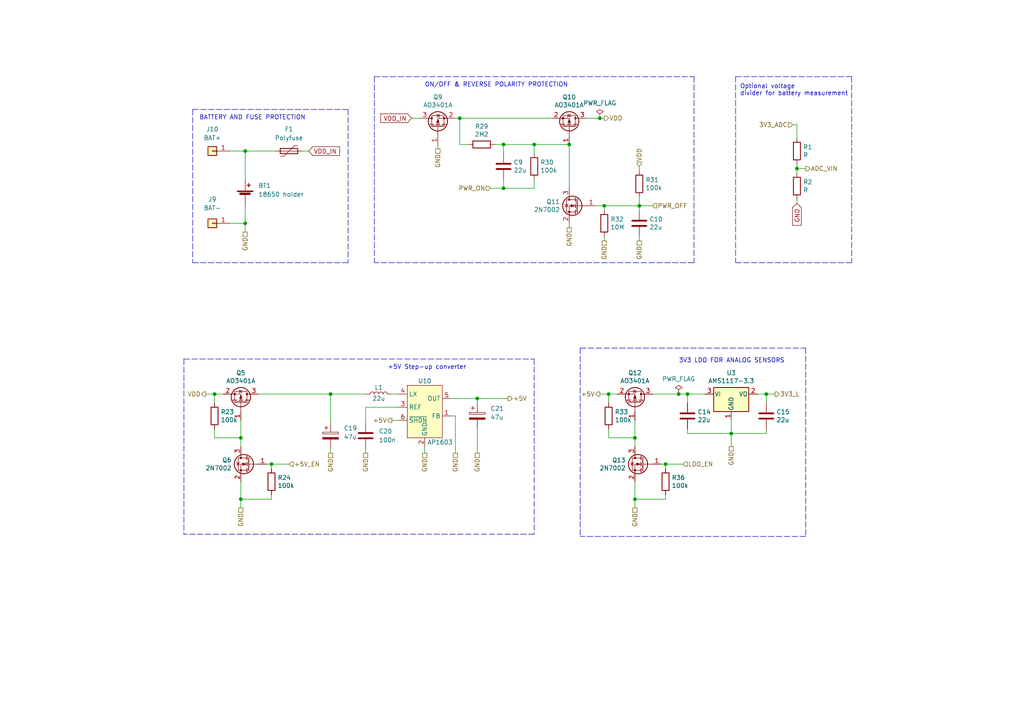
<source format=kicad_sch>
(kicad_sch (version 20211123) (generator eeschema)
  (paper "A4")
  (title_block (title "iotAirMonitoring") (date "2022-05-09") (rev "v1.1") (company "Martin Kousal"))
  (lib_symbols
    (symbol "Connector_Generic:Conn_01x01" (pin_names (offset 1.016) hide)
      (property "Reference" "J" (at 0 2.54 0))
      (property "Value" "Conn_01x01" (at 0 -2.54 0))
      (symbol "Conn_01x01_1_1"
        (rectangle (start -1.27 0.127) (end 0 -0.127) (stroke (width 0.1524)))
        (rectangle (start -1.27 1.27) (end 1.27 -1.27) (stroke (width 0.254)) (fill (type background)))
        (pin passive line (at -5.08 0 0) (length 3.81) (name "Pin_1") (number "1"))
      )
    )
    (symbol "Device:Battery_Cell" (pin_numbers hide) (pin_names (offset 0) hide)
      (property "Reference" "BT" (at 2.54 2.54 0))
      (property "Value" "Battery_Cell" (at 2.54 0 0))
      (symbol "Battery_Cell_0_1"
        (rectangle (start -2.286 1.778) (end 2.286 1.524) (fill (type outline)))
        (rectangle (start -1.5748 1.1938) (end 1.4732 0.6858) (fill (type outline)))
        (polyline (pts (xy 0 0.762) (xy 0 0)))
        (polyline (pts (xy 0 1.778) (xy 0 2.54)))
        (polyline (pts (xy 0.508 3.429) (xy 1.524 3.429)) (stroke (width 0.254)))
        (polyline (pts (xy 1.016 3.937) (xy 1.016 2.921)) (stroke (width 0.254)))
      )
      (symbol "Battery_Cell_1_1"
        (pin passive line (at 0 5.08 270) (length 2.54) (name "+") (number "1"))
        (pin passive line (at 0 -2.54 90) (length 2.54) (name "-") (number "2"))
      )
    )
    (symbol "Device:C" (pin_numbers hide) (pin_names (offset 0.254))
      (property "Reference" "C" (at 0.635 2.54 0))
      (property "Value" "C" (at 0.635 -2.54 0))
      (symbol "C_0_1"
        (polyline (pts (xy -2.032 -0.762) (xy 2.032 -0.762)) (stroke (width 0.508)))
        (polyline (pts (xy -2.032 0.762) (xy 2.032 0.762)) (stroke (width 0.508)))
      )
      (symbol "C_1_1"
        (pin passive line (at 0 3.81 270) (length 2.794) (name "~") (number "1"))
        (pin passive line (at 0 -3.81 90) (length 2.794) (name "~") (number "2"))
      )
    )
    (symbol "Device:C_Polarized" (pin_numbers hide) (pin_names (offset 0.254))
      (property "Reference" "C" (at 0.635 2.54 0))
      (property "Value" "C_Polarized" (at 0.635 -2.54 0))
      (symbol "C_Polarized_0_1"
        (rectangle (start -2.286 0.508) (end 2.286 1.016))
        (polyline (pts (xy -1.778 2.286) (xy -0.762 2.286)))
        (polyline (pts (xy -1.27 2.794) (xy -1.27 1.778)))
        (rectangle (start 2.286 -0.508) (end -2.286 -1.016) (fill (type outline)))
      )
      (symbol "C_Polarized_1_1"
        (pin passive line (at 0 3.81 270) (length 2.794) (name "~") (number "1"))
        (pin passive line (at 0 -3.81 90) (length 2.794) (name "~") (number "2"))
      )
    )
    (symbol "Device:L" (pin_numbers hide) (pin_names (offset 1.016) hide)
      (property "Reference" "L" (at -1.27 0 90))
      (property "Value" "L" (at 1.905 0 90))
      (symbol "L_0_1"
        (arc (start 0 -2.54) (mid 0.635 -1.905) (end 0 -1.27))
        (arc (start 0 -1.27) (mid 0.635 -0.635) (end 0 0))
        (arc (start 0 0) (mid 0.635 0.635) (end 0 1.27))
        (arc (start 0 1.27) (mid 0.635 1.905) (end 0 2.54))
      )
      (symbol "L_1_1"
        (pin passive line (at 0 3.81 270) (length 1.27) (name "1") (number "1"))
        (pin passive line (at 0 -3.81 90) (length 1.27) (name "2") (number "2"))
      )
    )
    (symbol "Device:Polyfuse" (pin_numbers hide) (pin_names (offset 0))
      (property "Reference" "F" (at -2.54 0 90))
      (property "Value" "Polyfuse" (at 2.54 0 90))
      (symbol "Polyfuse_0_1"
        (rectangle (start -0.762 2.54) (end 0.762 -2.54) (stroke (width 0.254)))
        (polyline (pts (xy 0 2.54) (xy 0 -2.54)))
        (polyline (pts (xy -1.524 2.54) (xy -1.524 1.524) (xy 1.524 -1.524) (xy 1.524 -2.54)))
      )
      (symbol "Polyfuse_1_1"
        (pin passive line (at 0 3.81 270) (length 1.27) (name "~") (number "1"))
        (pin passive line (at 0 -3.81 90) (length 1.27) (name "~") (number "2"))
      )
    )
    (symbol "Device:Q_PMOS_GSD" (pin_names (offset 0) hide)
      (property "Reference" "Q" (at 5.08 1.27 0))
      (property "Value" "Q_PMOS_GSD" (at 5.08 -1.27 0))
      (symbol "Q_PMOS_GSD_0_1"
        (polyline (pts (xy 0.254 0) (xy -2.54 0)))
        (polyline (pts (xy 0.254 1.905) (xy 0.254 -1.905)) (stroke (width 0.254)))
        (polyline (pts (xy 0.762 -1.27) (xy 0.762 -2.286)) (stroke (width 0.254)))
        (polyline (pts (xy 0.762 0.508) (xy 0.762 -0.508)) (stroke (width 0.254)))
        (polyline (pts (xy 0.762 2.286) (xy 0.762 1.27)) (stroke (width 0.254)))
        (polyline (pts (xy 2.54 2.54) (xy 2.54 1.778)))
        (polyline (pts (xy 2.54 -2.54) (xy 2.54 0) (xy 0.762 0)))
        (polyline (pts (xy 0.762 1.778) (xy 3.302 1.778) (xy 3.302 -1.778) (xy 0.762 -1.778)))
        (polyline (pts (xy 2.286 0) (xy 1.27 0.381) (xy 1.27 -0.381) (xy 2.286 0)) (fill (type outline)))
        (polyline (pts (xy 2.794 -0.508) (xy 2.921 -0.381) (xy 3.683 -0.381) (xy 3.81 -0.254)))
        (polyline (pts (xy 3.302 -0.381) (xy 2.921 0.254) (xy 3.683 0.254) (xy 3.302 -0.381)))
        (circle (center 1.651 0) (radius 2.794) (stroke (width 0.254)))
        (circle (center 2.54 -1.778) (radius 0.254) (fill (type outline)))
        (circle (center 2.54 1.778) (radius 0.254) (fill (type outline)))
      )
      (symbol "Q_PMOS_GSD_1_1"
        (pin input line (at -5.08 0 0) (length 2.54) (name "G") (number "1"))
        (pin passive line (at 2.54 -5.08 90) (length 2.54) (name "S") (number "2"))
        (pin passive line (at 2.54 5.08 270) (length 2.54) (name "D") (number "3"))
      )
    )
    (symbol "Device:R" (pin_numbers hide) (pin_names (offset 0))
      (property "Reference" "R" (at 2.032 0 90))
      (property "Value" "R" (at 0 0 90))
      (symbol "R_0_1"
        (rectangle (start -1.016 -2.54) (end 1.016 2.54) (stroke (width 0.254)))
      )
      (symbol "R_1_1"
        (pin passive line (at 0 3.81 270) (length 1.27) (name "~") (number "1"))
        (pin passive line (at 0 -3.81 90) (length 1.27) (name "~") (number "2"))
      )
    )
    (symbol "Regulator_Linear:AMS1117-3.3" (pin_names (offset 0.254))
      (property "Reference" "U" (at -3.81 3.175 0))
      (property "Value" "AMS1117-3.3" (at 0 3.175 0))
      (symbol "AMS1117-3.3_0_1"
        (rectangle (start -5.08 -5.08) (end 5.08 1.905) (stroke (width 0.254)) (fill (type background)))
      )
      (symbol "AMS1117-3.3_1_1"
        (pin power_in line (at 0 -7.62 90) (length 2.54) (name "GND") (number "1"))
        (pin power_out line (at 7.62 0 180) (length 2.54) (name "VO") (number "2"))
        (pin power_in line (at -7.62 0 0) (length 2.54) (name "VI") (number "3"))
      )
    )
    (symbol "Transistor_FET:2N7002" (pin_names hide)
      (property "Reference" "Q" (at 5.08 1.905 0))
      (property "Value" "2N7002" (at 5.08 0 0))
      (symbol "2N7002_0_1"
        (polyline (pts (xy 0.254 0) (xy -2.54 0)))
        (polyline (pts (xy 0.254 1.905) (xy 0.254 -1.905)) (stroke (width 0.254)))
        (polyline (pts (xy 0.762 -1.27) (xy 0.762 -2.286)) (stroke (width 0.254)))
        (polyline (pts (xy 0.762 0.508) (xy 0.762 -0.508)) (stroke (width 0.254)))
        (polyline (pts (xy 0.762 2.286) (xy 0.762 1.27)) (stroke (width 0.254)))
        (polyline (pts (xy 2.54 2.54) (xy 2.54 1.778)))
        (polyline (pts (xy 2.54 -2.54) (xy 2.54 0) (xy 0.762 0)))
        (polyline (pts (xy 0.762 -1.778) (xy 3.302 -1.778) (xy 3.302 1.778) (xy 0.762 1.778)))
        (polyline (pts (xy 1.016 0) (xy 2.032 0.381) (xy 2.032 -0.381) (xy 1.016 0)) (fill (type outline)))
        (polyline (pts (xy 2.794 0.508) (xy 2.921 0.381) (xy 3.683 0.381) (xy 3.81 0.254)))
        (polyline (pts (xy 3.302 0.381) (xy 2.921 -0.254) (xy 3.683 -0.254) (xy 3.302 0.381)))
        (circle (center 1.651 0) (radius 2.794) (stroke (width 0.254)))
        (circle (center 2.54 -1.778) (radius 0.254) (fill (type outline)))
        (circle (center 2.54 1.778) (radius 0.254) (fill (type outline)))
      )
      (symbol "2N7002_1_1"
        (pin input line (at -5.08 0 0) (length 2.54) (name "G") (number "1"))
        (pin passive line (at 2.54 -5.08 90) (length 2.54) (name "S") (number "2"))
        (pin passive line (at 2.54 5.08 270) (length 2.54) (name "D") (number "3"))
      )
    )
    (symbol "mainBoard:AP1603"
      (property "Reference" "U" (at 0 8.89 0))
      (property "Value" "AP1603" (at 5.08 -8.89 0))
      (symbol "AP1603_0_1"
        (rectangle (start -5.08 7.62) (end 5.08 -7.62) (fill (type background)))
      )
      (symbol "AP1603_1_1"
        (pin input line (at 7.62 -1.27 180) (length 2.54) (name "FB") (number "1"))
        (pin input line (at 0 -10.16 90) (length 2.54) (name "GND") (number "2"))
        (pin input line (at -7.62 1.27 0) (length 2.54) (name "REF") (number "3"))
        (pin input line (at -7.62 5.08 0) (length 2.54) (name "LX") (number "4"))
        (pin input line (at 7.62 3.81 180) (length 2.54) (name "OUT") (number "5"))
        (pin input line (at -7.62 -2.54 0) (length 2.54) (name "~{SHDN}") (number "6"))
      )
    )
    (symbol "power:PWR_FLAG" (power) (pin_numbers hide) (pin_names (offset 0) hide)
      (property "Value" "PWR_FLAG" (at 0 3.81 0))
      (symbol "PWR_FLAG_0_0"
        (pin power_out line (at 0 0 90) (length 0) (name "pwr") (number "1"))
      )
      (symbol "PWR_FLAG_0_1"
        (polyline (pts (xy 0 0) (xy 0 1.27) (xy -1.016 1.905) (xy 0 2.54) (xy 1.016 1.905) (xy 0 1.27)))
      )
    )
  )
  (junction (at 212.09 125.73))
  (junction (at 165.1 41.91))
  (junction (at 71.12 43.815))
  (junction (at 173.99 34.29))
  (junction (at 222.25 114.3))
  (junction (at 231.14 48.895))
  (junction (at 138.43 115.57))
  (junction (at 199.39 114.3))
  (junction (at 175.26 59.69))
  (junction (at 176.53 114.3))
  (junction (at 146.05 54.61))
  (junction (at 184.15 144.78))
  (junction (at 95.885 114.3))
  (junction (at 78.74 134.62))
  (junction (at 185.42 59.69))
  (junction (at 146.05 41.91))
  (junction (at 62.23 114.3))
  (junction (at 69.85 127))
  (junction (at 184.15 127))
  (junction (at 71.12 64.77))
  (junction (at 69.85 144.78))
  (junction (at 196.85 114.3))
  (junction (at 133.35 34.29))
  (junction (at 154.94 41.91))
  (junction (at 193.04 134.62))
  (wire (pts (xy 193.04 134.62) (xy 193.04 135.89)))
  (wire (pts (xy 87.63 43.815) (xy 89.535 43.815)))
  (polyline (pts (xy 154.94 154.94) (xy 53.34 154.94)))
  (wire (pts (xy 173.99 114.3) (xy 176.53 114.3)))
  (polyline (pts (xy 201.295 76.2) (xy 108.585 76.2)))
  (wire (pts (xy 135.89 41.91) (xy 133.35 41.91)))
  (wire (pts (xy 154.94 52.07) (xy 154.94 54.61)))
  (wire (pts (xy 222.25 114.3) (xy 224.79 114.3)))
  (polyline (pts (xy 55.88 31.75) (xy 100.965 31.75)))
  (wire (pts (xy 199.39 116.84) (xy 199.39 114.3)))
  (wire (pts (xy 173.99 34.29) (xy 175.26 34.29)))
  (polyline (pts (xy 55.88 31.75) (xy 55.88 76.2)))
  (wire (pts (xy 199.39 114.3) (xy 204.47 114.3)))
  (wire (pts (xy 133.35 34.29) (xy 160.02 34.29)))
  (wire (pts (xy 185.42 59.69) (xy 185.42 60.96)))
  (polyline (pts (xy 247.015 76.2) (xy 213.36 76.2)))
  (wire (pts (xy 231.14 36.195) (xy 231.14 40.005)))
  (wire (pts (xy 132.08 120.65) (xy 132.08 131.445)))
  (wire (pts (xy 222.25 114.3) (xy 222.25 116.84)))
  (wire (pts (xy 138.43 124.46) (xy 138.43 131.445)))
  (wire (pts (xy 69.85 144.78) (xy 69.85 147.32)))
  (polyline (pts (xy 53.34 104.14) (xy 154.94 104.14)))
  (wire (pts (xy 130.81 120.65) (xy 132.08 120.65)))
  (wire (pts (xy 184.15 144.78) (xy 184.15 147.32)))
  (wire (pts (xy 231.14 48.895) (xy 233.68 48.895)))
  (wire (pts (xy 231.14 57.785) (xy 231.14 59.055)))
  (wire (pts (xy 66.675 64.77) (xy 71.12 64.77)))
  (wire (pts (xy 154.94 41.91) (xy 165.1 41.91)))
  (wire (pts (xy 74.93 114.3) (xy 95.885 114.3)))
  (polyline (pts (xy 168.275 100.965) (xy 168.275 155.575)))
  (wire (pts (xy 212.09 125.73) (xy 222.25 125.73)))
  (wire (pts (xy 146.05 41.91) (xy 154.94 41.91)))
  (wire (pts (xy 59.69 114.3) (xy 62.23 114.3)))
  (wire (pts (xy 229.87 36.195) (xy 231.14 36.195)))
  (polyline (pts (xy 213.36 22.225) (xy 213.36 76.2)))
  (polyline (pts (xy 154.94 104.14) (xy 154.94 154.94)))
  (wire (pts (xy 95.885 130.175) (xy 95.885 131.445)))
  (wire (pts (xy 113.665 121.92) (xy 115.57 121.92)))
  (wire (pts (xy 184.15 127) (xy 184.15 129.54)))
  (wire (pts (xy 172.72 59.69) (xy 175.26 59.69)))
  (wire (pts (xy 170.18 34.29) (xy 173.99 34.29)))
  (wire (pts (xy 184.15 144.78) (xy 193.04 144.78)))
  (wire (pts (xy 95.885 114.3) (xy 106.045 114.3)))
  (wire (pts (xy 95.885 122.555) (xy 95.885 114.3)))
  (wire (pts (xy 175.26 69.85) (xy 175.26 68.58)))
  (wire (pts (xy 123.19 129.54) (xy 123.19 131.445)))
  (wire (pts (xy 191.77 134.62) (xy 193.04 134.62)))
  (polyline (pts (xy 108.585 22.225) (xy 108.585 76.2)))
  (wire (pts (xy 176.53 124.46) (xy 176.53 127)))
  (polyline (pts (xy 108.585 22.225) (xy 201.295 22.225)))
  (wire (pts (xy 154.94 41.91) (xy 154.94 44.45)))
  (polyline (pts (xy 233.68 155.575) (xy 168.275 155.575)))
  (polyline (pts (xy 201.295 22.225) (xy 201.295 76.2)))
  (wire (pts (xy 184.15 121.92) (xy 184.15 127)))
  (wire (pts (xy 146.05 54.61) (xy 142.24 54.61)))
  (wire (pts (xy 71.12 64.77) (xy 71.12 67.31)))
  (wire (pts (xy 69.85 144.78) (xy 78.74 144.78)))
  (wire (pts (xy 106.045 130.175) (xy 106.045 131.445)))
  (wire (pts (xy 185.42 49.53) (xy 185.42 48.26)))
  (wire (pts (xy 138.43 115.57) (xy 138.43 116.84)))
  (wire (pts (xy 222.25 125.73) (xy 222.25 124.46)))
  (wire (pts (xy 231.14 48.895) (xy 231.14 50.165)))
  (wire (pts (xy 121.92 34.29) (xy 119.38 34.29)))
  (wire (pts (xy 175.26 59.69) (xy 185.42 59.69)))
  (polyline (pts (xy 168.275 100.965) (xy 233.68 100.965)))
  (wire (pts (xy 231.14 47.625) (xy 231.14 48.895)))
  (wire (pts (xy 199.39 125.73) (xy 212.09 125.73)))
  (wire (pts (xy 66.675 43.815) (xy 71.12 43.815)))
  (wire (pts (xy 165.1 54.61) (xy 165.1 41.91)))
  (polyline (pts (xy 233.68 100.965) (xy 233.68 155.575)))
  (wire (pts (xy 133.35 41.91) (xy 133.35 34.29)))
  (wire (pts (xy 176.53 114.3) (xy 179.07 114.3)))
  (wire (pts (xy 130.81 115.57) (xy 138.43 115.57)))
  (wire (pts (xy 154.94 54.61) (xy 146.05 54.61)))
  (wire (pts (xy 138.43 115.57) (xy 147.32 115.57)))
  (wire (pts (xy 212.09 121.92) (xy 212.09 125.73)))
  (polyline (pts (xy 100.965 31.75) (xy 100.965 76.2)))
  (wire (pts (xy 69.85 139.7) (xy 69.85 144.78)))
  (wire (pts (xy 185.42 59.69) (xy 185.42 57.15)))
  (wire (pts (xy 78.74 134.62) (xy 83.82 134.62)))
  (wire (pts (xy 62.23 127) (xy 69.85 127)))
  (wire (pts (xy 77.47 134.62) (xy 78.74 134.62)))
  (wire (pts (xy 78.74 134.62) (xy 78.74 135.89)))
  (wire (pts (xy 176.53 114.3) (xy 176.53 116.84)))
  (wire (pts (xy 146.05 52.07) (xy 146.05 54.61)))
  (wire (pts (xy 176.53 127) (xy 184.15 127)))
  (wire (pts (xy 132.08 34.29) (xy 133.35 34.29)))
  (wire (pts (xy 78.74 144.78) (xy 78.74 143.51)))
  (wire (pts (xy 62.23 114.3) (xy 64.77 114.3)))
  (wire (pts (xy 69.85 127) (xy 69.85 129.54)))
  (wire (pts (xy 69.85 121.92) (xy 69.85 127)))
  (wire (pts (xy 196.85 114.3) (xy 199.39 114.3)))
  (wire (pts (xy 113.665 114.3) (xy 115.57 114.3)))
  (wire (pts (xy 193.04 144.78) (xy 193.04 143.51)))
  (wire (pts (xy 185.42 69.85) (xy 185.42 68.58)))
  (wire (pts (xy 143.51 41.91) (xy 146.05 41.91)))
  (wire (pts (xy 184.15 139.7) (xy 184.15 144.78)))
  (wire (pts (xy 71.12 43.815) (xy 71.12 52.07)))
  (polyline (pts (xy 247.015 22.225) (xy 247.015 76.2)))
  (wire (pts (xy 189.23 114.3) (xy 196.85 114.3)))
  (wire (pts (xy 127 43.18) (xy 127 41.91)))
  (wire (pts (xy 212.09 125.73) (xy 212.09 129.54)))
  (wire (pts (xy 219.71 114.3) (xy 222.25 114.3)))
  (wire (pts (xy 106.045 122.555) (xy 106.045 118.11)))
  (wire (pts (xy 146.05 44.45) (xy 146.05 41.91)))
  (wire (pts (xy 80.01 43.815) (xy 71.12 43.815)))
  (wire (pts (xy 62.23 124.46) (xy 62.23 127)))
  (wire (pts (xy 71.12 59.69) (xy 71.12 64.77)))
  (wire (pts (xy 199.39 124.46) (xy 199.39 125.73)))
  (wire (pts (xy 193.04 134.62) (xy 198.12 134.62)))
  (wire (pts (xy 165.1 66.04) (xy 165.1 64.77)))
  (polyline (pts (xy 53.34 104.14) (xy 53.34 154.94)))
  (wire (pts (xy 62.23 114.3) (xy 62.23 116.84)))
  (polyline (pts (xy 213.36 22.225) (xy 247.015 22.225)))
  (wire (pts (xy 106.045 118.11) (xy 115.57 118.11)))
  (polyline (pts (xy 100.965 76.2) (xy 55.88 76.2)))
  (wire (pts (xy 185.42 59.69) (xy 189.23 59.69)))
  (wire (pts (xy 175.26 59.69) (xy 175.26 60.96)))
  (text "BATTERY AND FUSE PROTECTION" (at 57.785 34.925 0) (effects (font (size 1.27 1.27)) (justify left bottom)))
  (text "Optional voltage\ndivider for battery measurement" (at 214.63 27.94 0) (effects (font (size 1.27 1.27)) (justify left bottom)))
  (text "+5V Step-up converter" (at 112.395 107.315 0) (effects (font (size 1.27 1.27)) (justify left bottom)))
  (text "ON/OFF & REVERSE POLARITY PROTECTION" (at 123.19 25.4 0) (effects (font (size 1.27 1.27)) (justify left bottom)))
  (text "3V3 LDO FOR ANALOG SENSORS" (at 196.85 105.41 0) (effects (font (size 1.27 1.27)) (justify left bottom)))
  (global_label "VDD_IN" (shape input) (at 119.38 34.29 180) (property "Intersheet References" "${INTERSHEET_REFS}" (effects hide)))
  (global_label "VDD_IN" (shape input) (at 89.535 43.815 0) (property "Intersheet References" "${INTERSHEET_REFS}" (effects hide)))
  (global_label "GND" (shape input) (at 231.14 59.055 270) (property "Intersheet References" "${INTERSHEET_REFS}" (effects hide)))
  (hierarchical_label "VDD" (shape input) (at 185.42 48.26 90))
  (hierarchical_label "ADC_VIN" (shape output) (at 233.68 48.895 0))
  (hierarchical_label "GND" (shape passive) (at 185.42 69.85 270))
  (hierarchical_label "LDO_EN" (shape input) (at 198.12 134.62 0))
  (hierarchical_label "3V3_L" (shape output) (at 224.79 114.3 0))
  (hierarchical_label "VDD" (shape output) (at 175.26 34.29 0))
  (hierarchical_label "+5V" (shape output) (at 147.32 115.57 0))
  (hierarchical_label "+5V" (shape output) (at 173.99 114.3 180))
  (hierarchical_label "GND" (shape passive) (at 184.15 147.32 270))
  (hierarchical_label "VDD" (shape output) (at 59.69 114.3 180))
  (hierarchical_label "GND" (shape passive) (at 69.85 147.32 270))
  (hierarchical_label "GND" (shape passive) (at 71.12 67.31 270))
  (hierarchical_label "+5V_EN" (shape input) (at 83.82 134.62 0))
  (hierarchical_label "GND" (shape passive) (at 165.1 66.04 270))
  (hierarchical_label "GND" (shape passive) (at 132.08 131.445 270))
  (hierarchical_label "GND" (shape passive) (at 123.19 131.445 270))
  (hierarchical_label "PWR_OFF" (shape input) (at 189.23 59.69 0))
  (hierarchical_label "3V3_ADC" (shape input) (at 229.87 36.195 180))
  (hierarchical_label "GND" (shape passive) (at 127 43.18 270))
  (hierarchical_label "GND" (shape passive) (at 106.045 131.445 270))
  (hierarchical_label "GND" (shape passive) (at 175.26 69.85 270))
  (hierarchical_label "GND" (shape passive) (at 212.09 129.54 270))
  (hierarchical_label "GND" (shape passive) (at 138.43 131.445 270))
  (hierarchical_label "+5V" (shape output) (at 113.665 121.92 180))
  (hierarchical_label "GND" (shape passive) (at 95.885 131.445 270))
  (hierarchical_label "PWR_ON" (shape input) (at 142.24 54.61 180))
  (symbol (lib_id "Device:R") (at 139.7 41.91 270) (unit 1)
    (property "Reference" "R29" (at 139.7 36.6522 90))
    (property "Value" "2M2" (at 139.7 38.9636 90))
    (property "Footprint" "Resistor_SMD:R_0805_2012Metric" (effects hide))
    (property "LCSC" "C25741" (effects hide))
  )
  (symbol (lib_id "Device:C") (at 146.05 48.26 0) (unit 1)
    (property "Reference" "C9" (at 148.971 47.0916 0) (effects (justify left)))
    (property "Value" "22u" (at 148.971 49.403 0) (effects (justify left)))
    (property "Footprint" "Capacitor_SMD:C_0805_2012Metric" (effects hide))
    (property "LCSC" "C45783" (effects hide))
  )
  (symbol (lib_id "Device:R") (at 154.94 48.26 0) (unit 1)
    (property "Reference" "R30" (at 156.718 47.0916 0) (effects (justify left)))
    (property "Value" "100k" (at 156.718 49.403 0) (effects (justify left)))
    (property "Footprint" "Resistor_SMD:R_0805_2012Metric" (effects hide))
    (property "LCSC" "C25741" (effects hide))
  )
  (symbol (lib_id "Transistor_FET:2N7002") (at 167.64 59.69 0) (mirror y) (unit 1)
    (property "Reference" "Q11" (at 162.433 58.5216 0) (effects (justify left)))
    (property "Value" "2N7002" (at 162.433 60.833 0) (effects (justify left)))
    (property "Footprint" "Package_TO_SOT_SMD:SOT-23" (effects hide))
    (property "Datasheet" "https://www.fairchildsemi.com/datasheets/2N/2N7002.pdf" (effects hide))
    (property "LCSC" "C8545" (effects hide))
    (property "JLCPCB_CORRECTIONS" "0;0;180" (effects hide))
  )
  (symbol (lib_id "Device:R") (at 175.26 64.77 0) (unit 1)
    (property "Reference" "R32" (at 177.038 63.6016 0) (effects (justify left)))
    (property "Value" "10M" (at 177.038 65.913 0) (effects (justify left)))
    (property "Footprint" "Resistor_SMD:R_0805_2012Metric" (effects hide))
    (property "LCSC" "C25741" (effects hide))
  )
  (symbol (lib_id "Device:C") (at 185.42 64.77 0) (unit 1)
    (property "Reference" "C10" (at 188.341 63.6016 0) (effects (justify left)))
    (property "Value" "22u" (at 188.341 65.913 0) (effects (justify left)))
    (property "Footprint" "Capacitor_SMD:C_0805_2012Metric" (effects hide))
    (property "LCSC" "C45783" (effects hide))
  )
  (symbol (lib_id "Device:R") (at 185.42 53.34 0) (unit 1)
    (property "Reference" "R31" (at 187.198 52.1716 0) (effects (justify left)))
    (property "Value" "100k" (at 187.198 54.483 0) (effects (justify left)))
    (property "Footprint" "Resistor_SMD:R_0805_2012Metric" (effects hide))
    (property "LCSC" "C25744" (effects hide))
  )
  (symbol (lib_id "Device:Q_PMOS_GSD") (at 127 36.83 90) (unit 1)
    (property "Reference" "Q9" (at 127 28.1432 90))
    (property "Value" "AO3401A" (at 127 30.4546 90))
    (property "Footprint" "Package_TO_SOT_SMD:SOT-23" (effects hide))
    (property "Datasheet" "https://datasheet.lcsc.com/lcsc/1810171817_Alpha-&-Omega-Semicon-AO3401A_C15127.pdf" (effects hide))
    (property "LCSC" "C15127" (effects hide))
    (property "JLCPCB_CORRECTIONS" "0;0;180" (effects hide))
  )
  (symbol (lib_id "Device:Q_PMOS_GSD") (at 165.1 36.83 270) (mirror x) (unit 1)
    (property "Reference" "Q10" (at 165.1 28.1432 90))
    (property "Value" "AO3401A" (at 165.1 30.4546 90))
    (property "Footprint" "Package_TO_SOT_SMD:SOT-23" (effects hide))
    (property "Datasheet" "https://datasheet.lcsc.com/lcsc/1810171817_Alpha-&-Omega-Semicon-AO3401A_C15127.pdf" (effects hide))
    (property "LCSC" "C15127" (effects hide))
    (property "JLCPCB_CORRECTIONS" "0;0;180" (effects hide))
  )
  (symbol (lib_id "Regulator_Linear:AMS1117-3.3") (at 212.09 114.3 0) (unit 1)
    (property "Reference" "U3" (at 212.09 108.1532 0))
    (property "Value" "AMS1117-3.3" (at 212.09 110.4646 0))
    (property "Footprint" "Package_TO_SOT_SMD:SOT-223-3_TabPin2" (effects hide))
    (property "Datasheet" "http://www.advanced-monolithic.com/pdf/ds1117.pdf" (effects hide))
    (property "LCSC" "C6186" (effects hide))
    (property "JLCPCB_CORRECTIONS" "0;0;180" (effects hide))
  )
  (symbol (lib_id "Device:C") (at 222.25 120.65 0) (unit 1)
    (property "Reference" "C15" (at 225.171 119.4816 0) (effects (justify left)))
    (property "Value" "22u" (at 225.171 121.793 0) (effects (justify left)))
    (property "Footprint" "Capacitor_SMD:C_0805_2012Metric" (effects hide))
    (property "LCSC" "C45783" (effects hide))
  )
  (symbol (lib_id "Device:C") (at 199.39 120.65 0) (unit 1)
    (property "Reference" "C14" (at 202.311 119.4816 0) (effects (justify left)))
    (property "Value" "22u" (at 202.311 121.793 0) (effects (justify left)))
    (property "Footprint" "Capacitor_SMD:C_0805_2012Metric" (effects hide))
    (property "LCSC" "C45783" (effects hide))
  )
  (symbol (lib_id "power:PWR_FLAG") (at 173.99 34.29 0) (unit 1)
    (property "Reference" "#FLG01" (effects hide))
    (property "Value" "PWR_FLAG" (at 173.99 29.8958 0))
  )
  (symbol (lib_id "Transistor_FET:2N7002") (at 186.69 134.62 0) (mirror y) (unit 1)
    (property "Reference" "Q13" (at 181.483 133.4516 0) (effects (justify left)))
    (property "Value" "2N7002" (at 181.483 135.763 0) (effects (justify left)))
    (property "Footprint" "Package_TO_SOT_SMD:SOT-23" (effects hide))
    (property "Datasheet" "https://www.fairchildsemi.com/datasheets/2N/2N7002.pdf" (effects hide))
    (property "LCSC" "C8545" (effects hide))
    (property "JLCPCB_CORRECTIONS" "0;0;180" (effects hide))
  )
  (symbol (lib_id "Device:Q_PMOS_GSD") (at 184.15 116.84 270) (mirror x) (unit 1)
    (property "Reference" "Q12" (at 184.15 108.1532 90))
    (property "Value" "AO3401A" (at 184.15 110.4646 90))
    (property "Footprint" "Package_TO_SOT_SMD:SOT-23" (effects hide))
    (property "Datasheet" "https://datasheet.lcsc.com/lcsc/1810171817_Alpha-&-Omega-Semicon-AO3401A_C15127.pdf" (effects hide))
    (property "LCSC" "C15127" (effects hide))
    (property "JLCPCB_CORRECTIONS" "0;0;180" (effects hide))
  )
  (symbol (lib_id "Device:R") (at 176.53 120.65 0) (unit 1)
    (property "Reference" "R33" (at 178.308 119.4816 0) (effects (justify left)))
    (property "Value" "100k" (at 178.308 121.793 0) (effects (justify left)))
    (property "Footprint" "Resistor_SMD:R_0805_2012Metric" (effects hide))
    (property "LCSC" "C25741" (effects hide))
  )
  (symbol (lib_id "Device:R") (at 193.04 139.7 0) (unit 1)
    (property "Reference" "R36" (at 194.818 138.5316 0) (effects (justify left)))
    (property "Value" "100k" (at 194.818 140.843 0) (effects (justify left)))
    (property "Footprint" "Resistor_SMD:R_0805_2012Metric" (effects hide))
    (property "LCSC" "C25741" (effects hide))
  )
  (symbol (lib_id "Device:R") (at 231.14 43.815 0) (unit 1)
    (property "Reference" "R1" (at 232.918 42.6466 0) (effects (justify left)))
    (property "Value" "R" (at 232.918 44.958 0) (effects (justify left)))
    (property "Footprint" "Resistor_SMD:R_0805_2012Metric_Pad1.20x1.40mm_HandSolder" (effects hide))
  )
  (symbol (lib_id "Device:R") (at 231.14 53.975 0) (unit 1)
    (property "Reference" "R2" (at 232.918 52.8066 0) (effects (justify left)))
    (property "Value" "R" (at 232.918 55.118 0) (effects (justify left)))
    (property "Footprint" "Resistor_SMD:R_0805_2012Metric_Pad1.20x1.40mm_HandSolder" (effects hide))
  )
  (symbol (lib_id "power:PWR_FLAG") (at 196.85 114.3 0) (unit 1)
    (property "Reference" "#FLG0102" (effects hide))
    (property "Value" "PWR_FLAG" (at 196.85 109.9058 0))
  )
  (symbol (lib_id "Transistor_FET:2N7002") (at 72.39 134.62 0) (mirror y) (unit 1)
    (property "Reference" "Q6" (at 67.183 133.4516 0) (effects (justify left)))
    (property "Value" "2N7002" (at 67.183 135.763 0) (effects (justify left)))
    (property "Footprint" "Package_TO_SOT_SMD:SOT-23" (effects hide))
    (property "Datasheet" "https://www.fairchildsemi.com/datasheets/2N/2N7002.pdf" (effects hide))
    (property "LCSC" "C8545" (effects hide))
    (property "JLCPCB_CORRECTIONS" "0;0;180" (effects hide))
  )
  (symbol (lib_id "Device:Q_PMOS_GSD") (at 69.85 116.84 270) (mirror x) (unit 1)
    (property "Reference" "Q5" (at 69.85 108.1532 90))
    (property "Value" "AO3401A" (at 69.85 110.4646 90))
    (property "Footprint" "Package_TO_SOT_SMD:SOT-23" (effects hide))
    (property "Datasheet" "https://datasheet.lcsc.com/lcsc/1810171817_Alpha-&-Omega-Semicon-AO3401A_C15127.pdf" (effects hide))
    (property "LCSC" "C15127" (effects hide))
    (property "JLCPCB_CORRECTIONS" "0;0;180" (effects hide))
  )
  (symbol (lib_id "Connector_Generic:Conn_01x01") (at 61.595 43.815 180) (unit 1)
    (property "Reference" "J10" (at 61.595 37.465 0))
    (property "Value" "BAT+" (at 61.595 40.005 0))
    (property "Footprint" "mainBoard:2mm_Banana-Socket" (effects hide))
  )
  (symbol (lib_id "Device:C_Polarized") (at 138.43 120.65 0) (unit 1)
    (property "Reference" "C21" (at 142.24 118.4909 0) (effects (justify left)))
    (property "Value" "47u" (at 142.24 121.0309 0) (effects (justify left)))
    (property "Footprint" "Capacitor_SMD:CP_Elec_6.3x7.7" (effects hide))
  )
  (symbol (lib_id "Device:C_Polarized") (at 95.885 126.365 0) (unit 1)
    (property "Reference" "C19" (at 99.695 124.2059 0) (effects (justify left)))
    (property "Value" "47u" (at 99.695 126.7459 0) (effects (justify left)))
    (property "Footprint" "Capacitor_SMD:CP_Elec_6.3x7.7" (effects hide))
  )
  (symbol (lib_id "Device:Polyfuse") (at 83.82 43.815 90) (unit 1)
    (property "Reference" "F1" (at 83.82 37.465 90))
    (property "Value" "Polyfuse" (at 83.82 40.005 90))
    (property "Footprint" "Fuse:Fuse_1812_4532Metric_Pad1.30x3.40mm_HandSolder" (effects hide))
  )
  (symbol (lib_id "Connector_Generic:Conn_01x01") (at 61.595 64.77 180) (unit 1)
    (property "Reference" "J9" (at 61.595 57.785 0))
    (property "Value" "BAT-" (at 61.595 60.325 0))
    (property "Footprint" "mainBoard:2mm_Banana-Socket" (effects hide))
  )
  (symbol (lib_id "Device:C") (at 106.045 126.365 0) (unit 1)
    (property "Reference" "C20" (at 109.855 125.0949 0) (effects (justify left)))
    (property "Value" "100n" (at 109.855 127.6349 0) (effects (justify left)))
    (property "Footprint" "Capacitor_SMD:C_0603_1608Metric" (effects hide))
  )
  (symbol (lib_id "Device:R") (at 78.74 139.7 0) (unit 1)
    (property "Reference" "R24" (at 80.518 138.5316 0) (effects (justify left)))
    (property "Value" "100k" (at 80.518 140.843 0) (effects (justify left)))
    (property "Footprint" "Resistor_SMD:R_0805_2012Metric" (effects hide))
    (property "LCSC" "C25741" (effects hide))
  )
  (symbol (lib_id "Device:L") (at 109.855 114.3 90) (unit 1)
    (property "Reference" "L1" (at 109.855 112.395 90))
    (property "Value" "22u" (at 109.855 115.57 90))
    (property "Footprint" "Inductor_SMD:L_Coilcraft_LPS4018" (effects hide))
    (property "Datasheet" "https://www.tme.eu/Document/20a4c60791ec529972b7bca1f08272cf/DJNR%204018-SERIES-S.pdf" (effects hide))
    (property "TME" "DJNR4018-220-S" (effects hide))
  )
  (symbol (lib_id "Device:Battery_Cell") (at 71.12 57.15 0) (unit 1)
    (property "Reference" "BT1" (at 74.93 53.8479 0) (effects (justify left)))
    (property "Value" "18650 holder" (at 74.93 56.3879 0) (effects (justify left)))
    (property "Footprint" "Connector_JST:JST_XH_B2B-XH-A_1x02_P2.50mm_Vertical" (effects hide))
  )
  (symbol (lib_id "mainBoard:AP1603") (at 123.19 119.38 0) (unit 1)
    (property "Reference" "U10" (at 123.19 110.49 0))
    (property "Value" "AP1603" (at 127.635 128.27 0))
    (property "Footprint" "Package_TO_SOT_SMD:SOT-23-6_Handsoldering" (effects hide))
    (property "Datasheet" "https://www.tme.eu/Document/3ad0bf81fd35619d65908fe8fa84f929/AP1603x-DTE.pdf" (effects hide))
  )
  (symbol (lib_id "Device:R") (at 62.23 120.65 0) (unit 1)
    (property "Reference" "R23" (at 64.008 119.4816 0) (effects (justify left)))
    (property "Value" "100k" (at 64.008 121.793 0) (effects (justify left)))
    (property "Footprint" "Resistor_SMD:R_0805_2012Metric" (effects hide))
    (property "LCSC" "C25741" (effects hide))
  )
)
</source>
